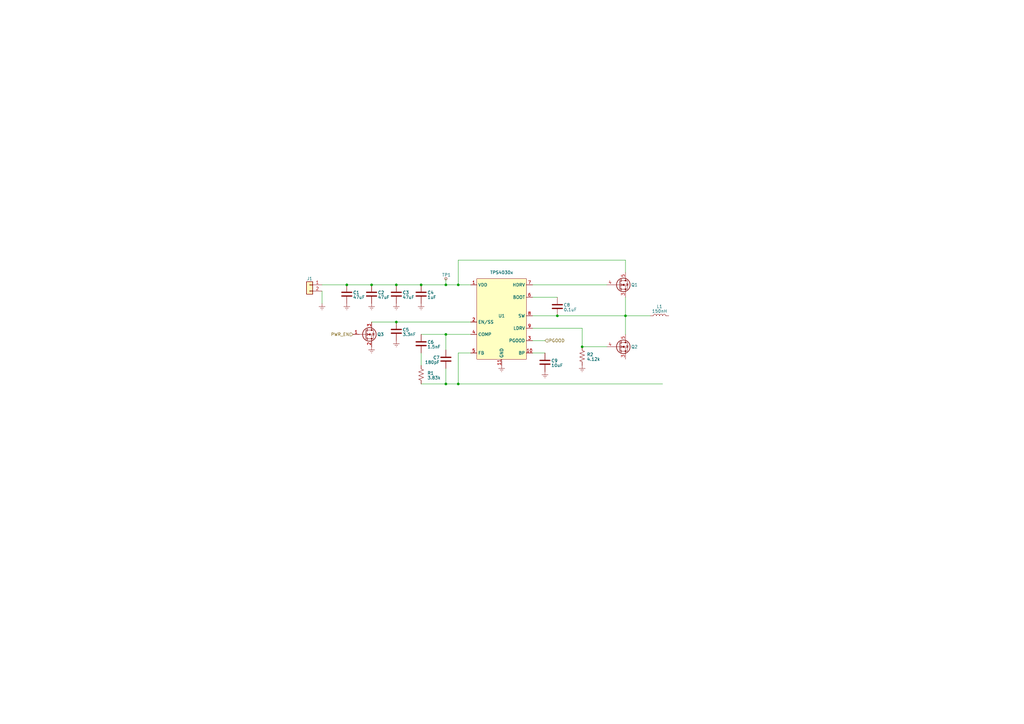
<source format=kicad_sch>
(kicad_sch (version 20230121) (generator eeschema)
  (paper "A3")
  (lib_symbols
    (symbol "Connector:TestPoint_Small" (pin_numbers hide) (pin_names (offset 0.762) hide)
      (property "Reference" "TP" (at 0 3.81 0))
      (property "Value" "TestPoint_Small" (at 0 2.032 0))
      (symbol "TestPoint_Small_0_1"
        (circle (center 0 0) (radius 0.508))
      )
      (symbol "TestPoint_Small_1_1"
        (pin passive line (at 0 0 90) (length 0) (name "1") (number "1"))
      )
    )
    (symbol "Connector_Generic:Conn_01x02" (pin_names (offset 1.016) hide)
      (property "Reference" "J" (at 0 2.54 0))
      (property "Value" "Conn_01x02" (at 0 -5.08 0))
      (symbol "Conn_01x02_1_1"
        (rectangle (start -1.27 -2.413) (end 0 -2.667) (stroke (width 0.1524)))
        (rectangle (start -1.27 0.127) (end 0 -0.127) (stroke (width 0.1524)))
        (rectangle (start -1.27 1.27) (end 1.27 -3.81) (stroke (width 0.254)) (fill (type background)))
        (pin passive line (at -5.08 0 0) (length 3.81) (name "Pin_1") (number "1"))
        (pin passive line (at -5.08 -2.54 0) (length 3.81) (name "Pin_2") (number "2"))
      )
    )
    (symbol "Device:C" (pin_numbers hide) (pin_names (offset 0.254))
      (property "Reference" "C" (at 0.635 2.54 0))
      (property "Value" "C" (at 0.635 -2.54 0))
      (symbol "C_0_1"
        (polyline (pts (xy -2.032 -0.762) (xy 2.032 -0.762)) (stroke (width 0.508)))
        (polyline (pts (xy -2.032 0.762) (xy 2.032 0.762)) (stroke (width 0.508)))
      )
      (symbol "C_1_1"
        (pin passive line (at 0 3.81 270) (length 2.794) (name "~") (number "1"))
        (pin passive line (at 0 -3.81 90) (length 2.794) (name "~") (number "2"))
      )
    )
    (symbol "Device:L" (pin_numbers hide) (pin_names (offset 1.016) hide)
      (property "Reference" "L" (at -1.27 0 90))
      (property "Value" "L" (at 1.905 0 90))
      (symbol "L_0_1"
        (arc (start 0 -2.54) (mid 0.6323 -1.905) (end 0 -1.27))
        (arc (start 0 -1.27) (mid 0.6323 -0.635) (end 0 0))
        (arc (start 0 0) (mid 0.6323 0.635) (end 0 1.27))
        (arc (start 0 1.27) (mid 0.6323 1.905) (end 0 2.54))
      )
      (symbol "L_1_1"
        (pin passive line (at 0 3.81 270) (length 1.27) (name "1") (number "1"))
        (pin passive line (at 0 -3.81 90) (length 1.27) (name "2") (number "2"))
      )
    )
    (symbol "Device:R_US" (pin_numbers hide) (pin_names (offset 0))
      (property "Reference" "R" (at 2.54 0 90))
      (property "Value" "R_US" (at -2.54 0 90))
      (symbol "R_US_0_1"
        (polyline (pts (xy 0 -2.286) (xy 0 -2.54)))
        (polyline (pts (xy 0 2.286) (xy 0 2.54)))
        (polyline (pts (xy 0 -0.762) (xy 1.016 -1.143) (xy 0 -1.524) (xy -1.016 -1.905) (xy 0 -2.286)))
        (polyline (pts (xy 0 0.762) (xy 1.016 0.381) (xy 0 0) (xy -1.016 -0.381) (xy 0 -0.762)))
        (polyline (pts (xy 0 2.286) (xy 1.016 1.905) (xy 0 1.524) (xy -1.016 1.143) (xy 0 0.762)))
      )
      (symbol "R_US_1_1"
        (pin passive line (at 0 3.81 270) (length 1.27) (name "~") (number "1"))
        (pin passive line (at 0 -3.81 90) (length 1.27) (name "~") (number "2"))
      )
    )
    (symbol "Library:TPS4030x"
      (property "Reference" "U" (at 0 0 0))
      (property "Value" "TPS4030x" (at 0 17.78 0))
      (symbol "TPS4030x_0_1"
        (rectangle (start -10.16 15.24) (end 10.16 -17.78) (stroke (width 0.1524)) (fill (type background)))
      )
      (symbol "TPS4030x_1_1"
        (pin input line (at -12.7 12.7 0) (length 2.54) (name "VDD") (number "1"))
        (pin input line (at 12.7 -15.24 180) (length 2.54) (name "BP") (number "10"))
        (pin input line (at 0 -20.32 90) (length 2.54) (name "GND") (number "11"))
        (pin input line (at -12.7 -2.54 0) (length 2.54) (name "EN/SS") (number "2"))
        (pin input line (at 12.7 -10.16 180) (length 2.54) (name "PGOOD") (number "3"))
        (pin input line (at -12.7 -7.62 0) (length 2.54) (name "COMP") (number "4"))
        (pin input line (at -12.7 -15.24 0) (length 2.54) (name "FB") (number "5"))
        (pin input line (at 12.7 7.62 180) (length 2.54) (name "BOOT") (number "6"))
        (pin input line (at 12.7 12.7 180) (length 2.54) (name "HDRV") (number "7"))
        (pin input line (at 12.7 0 180) (length 2.54) (name "SW") (number "8"))
        (pin input line (at 12.7 -5.08 180) (length 2.54) (name "LDRV") (number "9"))
      )
    )
    (symbol "Transistor_FET:2N7002K" (pin_names hide)
      (property "Reference" "Q" (at 5.08 1.905 0))
      (property "Value" "2N7002K" (at 5.08 0 0))
      (symbol "2N7002K_0_1"
        (polyline (pts (xy 0.254 0) (xy -2.54 0)))
        (polyline (pts (xy 0.254 1.905) (xy 0.254 -1.905)) (stroke (width 0.254)))
        (polyline (pts (xy 0.762 -1.27) (xy 0.762 -2.286)) (stroke (width 0.254)))
        (polyline (pts (xy 0.762 0.508) (xy 0.762 -0.508)) (stroke (width 0.254)))
        (polyline (pts (xy 0.762 2.286) (xy 0.762 1.27)) (stroke (width 0.254)))
        (polyline (pts (xy 2.54 2.54) (xy 2.54 1.778)))
        (polyline (pts (xy 2.54 -2.54) (xy 2.54 0) (xy 0.762 0)))
        (polyline (pts (xy 0.762 -1.778) (xy 3.302 -1.778) (xy 3.302 1.778) (xy 0.762 1.778)))
        (polyline (pts (xy 1.016 0) (xy 2.032 0.381) (xy 2.032 -0.381) (xy 1.016 0)) (fill (type outline)))
        (polyline (pts (xy 2.794 0.508) (xy 2.921 0.381) (xy 3.683 0.381) (xy 3.81 0.254)))
        (polyline (pts (xy 3.302 0.381) (xy 2.921 -0.254) (xy 3.683 -0.254) (xy 3.302 0.381)))
        (circle (center 1.651 0) (radius 2.794) (stroke (width 0.254)))
        (circle (center 2.54 -1.778) (radius 0.254) (fill (type outline)))
        (circle (center 2.54 1.778) (radius 0.254) (fill (type outline)))
      )
      (symbol "2N7002K_1_1"
        (pin input line (at -5.08 0 0) (length 2.54) (name "G") (number "1"))
        (pin passive line (at 2.54 -5.08 90) (length 2.54) (name "S") (number "2"))
        (pin passive line (at 2.54 5.08 270) (length 2.54) (name "D") (number "3"))
      )
    )
    (symbol "bitaxe:Q_NMOS_CSD17311Q5_1" (pin_names (offset 0) hide)
      (property "Reference" "Q1" (at 5.08 1.27 0))
      (property "Value" "CSD17311Q5" (at 5.08 -1.27 0))
      (symbol "Q_NMOS_CSD17311Q5_1_0_1"
        (polyline (pts (xy 0.254 0) (xy -2.54 0)))
        (polyline (pts (xy 0.254 1.905) (xy 0.254 -1.905)) (stroke (width 0.254)))
        (polyline (pts (xy 0.762 -1.27) (xy 0.762 -2.286)) (stroke (width 0.254)))
        (polyline (pts (xy 0.762 0.508) (xy 0.762 -0.508)) (stroke (width 0.254)))
        (polyline (pts (xy 0.762 2.286) (xy 0.762 1.27)) (stroke (width 0.254)))
        (polyline (pts (xy 2.54 2.54) (xy 2.54 1.778)))
        (polyline (pts (xy 2.54 -2.54) (xy 2.54 0) (xy 0.762 0)))
        (polyline (pts (xy 0.762 -1.778) (xy 3.302 -1.778) (xy 3.302 1.778) (xy 0.762 1.778)))
        (polyline (pts (xy 1.016 0) (xy 2.032 0.381) (xy 2.032 -0.381) (xy 1.016 0)) (fill (type outline)))
        (polyline (pts (xy 2.794 0.508) (xy 2.921 0.381) (xy 3.683 0.381) (xy 3.81 0.254)))
        (polyline (pts (xy 3.302 0.381) (xy 2.921 -0.254) (xy 3.683 -0.254) (xy 3.302 0.381)))
        (circle (center 1.651 0) (radius 2.794) (stroke (width 0.254)))
        (circle (center 2.54 -1.778) (radius 0.254) (fill (type outline)))
        (circle (center 2.54 1.778) (radius 0.254) (fill (type outline)))
      )
      (symbol "Q_NMOS_CSD17311Q5_1_1_1"
        (pin passive line (at 2.54 -5.08 90) (length 2.54) hide (name "") (number "1"))
        (pin passive line (at 2.54 -5.08 90) (length 2.54) hide (name "") (number "2"))
        (pin passive line (at 2.54 -5.08 90) (length 2.54) (name "S") (number "3"))
        (pin input line (at -5.08 0 0) (length 2.54) (name "G") (number "4"))
        (pin passive line (at 2.54 5.08 270) (length 2.54) (name "D") (number "5"))
      )
    )
    (symbol "power:Earth" (power) (pin_names (offset 0))
      (symbol "Earth_0_1"
        (polyline (pts (xy -0.635 -1.905) (xy 0.635 -1.905)))
        (polyline (pts (xy -0.127 -2.54) (xy 0.127 -2.54)))
        (polyline (pts (xy 0 -1.27) (xy 0 0)))
        (polyline (pts (xy 1.27 -1.27) (xy -1.27 -1.27)))
      )
      (symbol "Earth_1_1"
        (pin power_in line (at 0 0 270) (length 0) hide (name "Earth") (number "1"))
      )
    )
  )
  (junction (at 187.96 157.48))
  (junction (at 162.56 116.84))
  (junction (at 182.88 137.16))
  (junction (at 182.88 157.48))
  (junction (at 187.96 116.84))
  (junction (at 162.56 132.08))
  (junction (at 172.72 116.84))
  (junction (at 182.88 116.84))
  (junction (at 256.54 129.54))
  (junction (at 238.76 142.24))
  (junction (at 142.24 116.84))
  (junction (at 152.4 116.84))
  (junction (at 228.6 129.54))
  (wire (pts (xy 182.88 151.13) (xy 182.88 157.48)))
  (wire (pts (xy 218.44 121.92) (xy 228.6 121.92)))
  (wire (pts (xy 218.44 129.54) (xy 228.6 129.54)))
  (wire (pts (xy 152.4 132.08) (xy 162.56 132.08)))
  (wire (pts (xy 182.88 116.84) (xy 187.96 116.84)))
  (wire (pts (xy 218.44 139.7) (xy 223.52 139.7)))
  (wire (pts (xy 187.96 157.48) (xy 271.78 157.48)))
  (wire (pts (xy 182.88 157.48) (xy 187.96 157.48)))
  (wire (pts (xy 162.56 116.84) (xy 172.72 116.84)))
  (wire (pts (xy 218.44 116.84) (xy 248.92 116.84)))
  (wire (pts (xy 238.76 134.62) (xy 238.76 142.24)))
  (wire (pts (xy 142.24 116.84) (xy 152.4 116.84)))
  (wire (pts (xy 218.44 134.62) (xy 238.76 134.62)))
  (wire (pts (xy 182.88 137.16) (xy 193.04 137.16)))
  (wire (pts (xy 182.88 137.16) (xy 172.72 137.16)))
  (wire (pts (xy 228.6 129.54) (xy 256.54 129.54)))
  (wire (pts (xy 172.72 116.84) (xy 182.88 116.84)))
  (wire (pts (xy 172.72 144.78) (xy 172.72 149.86)))
  (wire (pts (xy 182.88 114.3) (xy 182.88 116.84)))
  (wire (pts (xy 256.54 111.76) (xy 256.54 106.68)))
  (wire (pts (xy 182.88 137.16) (xy 182.88 143.51)))
  (wire (pts (xy 256.54 129.54) (xy 266.7 129.54)))
  (wire (pts (xy 187.96 106.68) (xy 187.96 116.84)))
  (wire (pts (xy 187.96 106.68) (xy 256.54 106.68)))
  (wire (pts (xy 218.44 144.78) (xy 223.52 144.78)))
  (wire (pts (xy 132.08 116.84) (xy 142.24 116.84)))
  (wire (pts (xy 256.54 121.92) (xy 256.54 129.54)))
  (wire (pts (xy 256.54 129.54) (xy 256.54 137.16)))
  (wire (pts (xy 132.08 124.46) (xy 132.08 119.38)))
  (wire (pts (xy 187.96 144.78) (xy 187.96 157.48)))
  (wire (pts (xy 248.92 142.24) (xy 238.76 142.24)))
  (wire (pts (xy 162.56 132.08) (xy 193.04 132.08)))
  (wire (pts (xy 187.96 144.78) (xy 193.04 144.78)))
  (wire (pts (xy 182.88 157.48) (xy 172.72 157.48)))
  (wire (pts (xy 187.96 116.84) (xy 193.04 116.84)))
  (wire (pts (xy 152.4 116.84) (xy 162.56 116.84)))
  (hierarchical_label "PWR_EN" (shape input) (at 144.78 137.16 180))
  (hierarchical_label "PGOOD" (shape input) (at 223.52 139.7 0))
  (symbol (lib_id "power:Earth") (at 238.76 149.86 0) (unit 1)
    (property "Reference" "#PWR010" (effects hide))
    (property "Value" "Earth" (effects hide))
  )
  (symbol (lib_id "power:Earth") (at 223.52 152.4 0) (unit 1)
    (property "Reference" "#PWR09" (effects hide))
    (property "Value" "Earth" (effects hide))
  )
  (symbol (lib_id "bitaxe:Q_NMOS_CSD17311Q5_1") (at 254 116.84 0) (unit 1)
    (property "Reference" "Q1" (at 258.826 116.84 0) (effects (justify left)))
    (property "Value" "CSD17311Q5" (effects hide))
    (property "Footprint" "Library:CSD17576Q5B" (effects hide))
    (property "Datasheet" "https://www.ti.com/lit/ds/symlink/csd17311q5.pdf" (effects hide))
    (property "DK" "296-27625-1-ND" (effects hide))
    (property "PARTNO" "CSD17311Q5" (effects hide))
  )
  (symbol (lib_id "Device:C") (at 182.88 147.32 180) (unit 1)
    (property "Reference" "C7" (at 180.34 146.685 0) (effects (justify left)))
    (property "Value" "180pF" (at 180.34 148.59 0) (effects (justify left)))
    (property "Footprint" "Capacitor_SMD:C_0805_2012Metric" (effects hide))
    (property "DK" "311-1114-1-ND" (effects hide))
    (property "PARTNO" "CC0805JRNPO9BN181" (effects hide))
  )
  (symbol (lib_id "Device:L") (at 270.51 129.54 90) (unit 1)
    (property "Reference" "L1" (at 270.51 125.73 90))
    (property "Value" "150nH" (at 270.51 127.635 90))
    (property "Footprint" "Library:FP1005R1-R15-R" (effects hide))
    (property "Datasheet" "https://www.eaton.com/content/dam/eaton/products/electronic-components/resources/data-sheet/eaton-fp1005r-high-current-power-inductors-data-sheet.pdf" (effects hide))
    (property "PARTNO" "FP1005R1-R15-R" (effects hide))
    (property "DK" "513-1568-1-ND" (effects hide))
  )
  (symbol (lib_id "Device:C") (at 172.72 120.65 0) (unit 1)
    (property "Reference" "C4" (at 175.26 120.015 0) (effects (justify left)))
    (property "Value" "1uF" (at 175.26 121.92 0) (effects (justify left)))
    (property "Footprint" "Capacitor_SMD:C_0805_2012Metric" (effects hide))
    (property "DK" "1276-6471-1-ND" (effects hide))
    (property "PARTNO" "CL21B105KOFNNNG" (effects hide))
  )
  (symbol (lib_id "Device:C") (at 162.56 135.89 0) (mirror x) (unit 1)
    (property "Reference" "C5" (at 165.1 135.255 0) (effects (justify left)))
    (property "Value" "3.3nF" (at 165.1 137.16 0) (effects (justify left)))
    (property "Footprint" "Capacitor_SMD:C_0402_1005Metric" (effects hide))
    (property "DK" "1276-1552-1-ND" (effects hide))
    (property "PARTNO" "CL05B332KB5NNNC" (effects hide))
  )
  (symbol (lib_id "power:Earth") (at 152.4 142.24 0) (unit 1)
    (property "Reference" "#PWR08" (effects hide))
    (property "Value" "Earth" (effects hide))
  )
  (symbol (lib_id "Transistor_FET:2N7002K") (at 149.86 137.16 0) (unit 1)
    (property "Reference" "Q3" (at 154.686 137.16 0) (effects (justify left)))
    (property "Value" "2N7002K" (effects hide))
    (property "Footprint" "Package_TO_SOT_SMD:SOT-323_SC-70" (effects hide))
    (property "Datasheet" "https://www.diodes.com/assets/Datasheets/ds30896.pdf" (effects hide))
    (property "DK" "2N7002KWCT-ND" (effects hide))
    (property "PARTNO" "2N7002KW" (effects hide))
  )
  (symbol (lib_id "Device:C") (at 162.56 120.65 0) (unit 1)
    (property "Reference" "C3" (at 165.1 120.015 0) (effects (justify left)))
    (property "Value" "47uF" (at 165.1 121.92 0) (effects (justify left)))
    (property "Footprint" "Capacitor_SMD:C_1210_3225Metric" (effects hide))
    (property "DK" "490-6539-1-ND" (effects hide))
    (property "PARTNO" "GRM32ER61C476KE15L" (effects hide))
  )
  (symbol (lib_id "power:Earth") (at 205.74 149.86 0) (unit 1)
    (property "Reference" "#PWR07" (effects hide))
    (property "Value" "Earth" (effects hide))
  )
  (symbol (lib_id "power:Earth") (at 162.56 124.46 0) (unit 1)
    (property "Reference" "#PWR04" (effects hide))
    (property "Value" "Earth" (effects hide))
  )
  (symbol (lib_id "power:Earth") (at 172.72 124.46 0) (unit 1)
    (property "Reference" "#PWR05" (effects hide))
    (property "Value" "Earth" (effects hide))
  )
  (symbol (lib_id "power:Earth") (at 132.08 124.46 0) (unit 1)
    (property "Reference" "#PWR01" (effects hide))
    (property "Value" "Earth" (effects hide))
  )
  (symbol (lib_id "Device:R_US") (at 172.72 153.67 0) (unit 1)
    (property "Reference" "R1" (at 175.26 153.035 0) (effects (justify left)))
    (property "Value" "3.83k" (at 175.26 154.94 0) (effects (justify left)))
    (property "Footprint" "Resistor_SMD:R_0402_1005Metric" (effects hide))
    (property "DK" "311-3.83KLRCT-ND" (effects hide))
    (property "PARTNO" "RC0402FR-073K83L" (effects hide))
  )
  (symbol (lib_id "Connector:TestPoint_Small") (at 182.88 114.3 0) (mirror y) (unit 1)
    (property "Reference" "TP1" (at 184.912 112.776 0) (effects (justify left)))
    (property "Value" "TestPoint_Small" (effects hide))
  )
  (symbol (lib_id "Device:C") (at 223.52 148.59 0) (unit 1)
    (property "Reference" "C9" (at 226.06 147.955 0) (effects (justify left)))
    (property "Value" "10uF" (at 226.06 149.86 0) (effects (justify left)))
    (property "Footprint" "Capacitor_SMD:C_0805_2012Metric" (effects hide))
    (property "DK" "1276-1096-1-ND" (effects hide))
    (property "PARTNO" "CL21A106KOQNNNE" (effects hide))
  )
  (symbol (lib_id "Device:R_US") (at 238.76 146.05 0) (unit 1)
    (property "Reference" "R2" (at 240.665 145.415 0) (effects (justify left)))
    (property "Value" "4.12k" (at 240.665 147.32 0) (effects (justify left)))
    (property "Footprint" "Resistor_SMD:R_0402_1005Metric" (effects hide))
    (property "DK" "RMCF0402FT4K12CT-ND" (effects hide))
    (property "PARTNO" "RMCF0402FT4K12" (effects hide))
  )
  (symbol (lib_id "power:Earth") (at 152.4 124.46 0) (unit 1)
    (property "Reference" "#PWR03" (effects hide))
    (property "Value" "Earth" (effects hide))
  )
  (symbol (lib_id "Device:C") (at 228.6 125.73 0) (unit 1)
    (property "Reference" "C8" (at 231.14 125.095 0) (effects (justify left)))
    (property "Value" "0.1uF" (at 231.14 127 0) (effects (justify left)))
    (property "Footprint" "Capacitor_SMD:C_0402_1005Metric" (effects hide))
    (property "DK" "1292-1639-1-ND" (effects hide))
    (property "PARTNO" "0402X104K100CT" (effects hide))
  )
  (symbol (lib_id "Device:C") (at 172.72 140.97 0) (unit 1)
    (property "Reference" "C6" (at 175.26 140.335 0) (effects (justify left)))
    (property "Value" "1.5nF" (at 175.26 142.24 0) (effects (justify left)))
    (property "Footprint" "Capacitor_SMD:C_0805_2012Metric" (effects hide))
    (property "DK" "311-1128-1-ND" (effects hide))
    (property "PARTNO" "CC0805KRX7R9BB152" (effects hide))
  )
  (symbol (lib_id "bitaxe:Q_NMOS_CSD17311Q5_1") (at 254 142.24 0) (unit 1)
    (property "Reference" "Q2" (at 258.826 142.24 0) (effects (justify left)))
    (property "Value" "CSD17311Q5" (effects hide))
    (property "Footprint" "Library:CSD17576Q5B" (effects hide))
    (property "Datasheet" "https://www.ti.com/lit/ds/symlink/csd17311q5.pdf" (effects hide))
    (property "DK" "296-27625-1-ND" (effects hide))
    (property "PARTNO" "CSD17311Q5" (effects hide))
  )
  (symbol (lib_id "Library:TPS4030x") (at 205.74 129.54 0) (unit 1)
    (property "Reference" "U1" (at 205.74 129.54 0))
    (property "Value" "TPS4030x" (at 205.74 111.76 0))
    (property "Footprint" "Library:TPS4030x" (effects hide))
  )
  (symbol (lib_id "Connector_Generic:Conn_01x02") (at 127 116.84 0) (mirror y) (unit 1)
    (property "Reference" "J1" (at 127 114.3 0))
    (property "Value" "Conn_01x02" (effects hide))
  )
  (symbol (lib_id "Device:C") (at 142.24 120.65 0) (unit 1)
    (property "Reference" "C1" (at 144.78 120.015 0) (effects (justify left)))
    (property "Value" "47uF" (at 144.78 121.92 0) (effects (justify left)))
    (property "Footprint" "Capacitor_SMD:C_1210_3225Metric" (effects hide))
    (property "DK" "490-6539-1-ND" (effects hide))
    (property "PARTNO" "GRM32ER61C476KE15L" (effects hide))
  )
  (symbol (lib_id "power:Earth") (at 162.56 139.7 0) (unit 1)
    (property "Reference" "#PWR06" (effects hide))
    (property "Value" "Earth" (effects hide))
  )
  (symbol (lib_id "Device:C") (at 152.4 120.65 0) (unit 1)
    (property "Reference" "C2" (at 154.94 120.015 0) (effects (justify left)))
    (property "Value" "47uF" (at 154.94 121.92 0) (effects (justify left)))
    (property "Footprint" "Capacitor_SMD:C_1210_3225Metric" (effects hide))
    (property "DK" "490-6539-1-ND" (effects hide))
    (property "PARTNO" "GRM32ER61C476KE15L" (effects hide))
  )
  (symbol (lib_id "power:Earth") (at 142.24 124.46 0) (unit 1)
    (property "Reference" "#PWR02" (effects hide))
    (property "Value" "Earth" (effects hide))
  )
)
</source>
